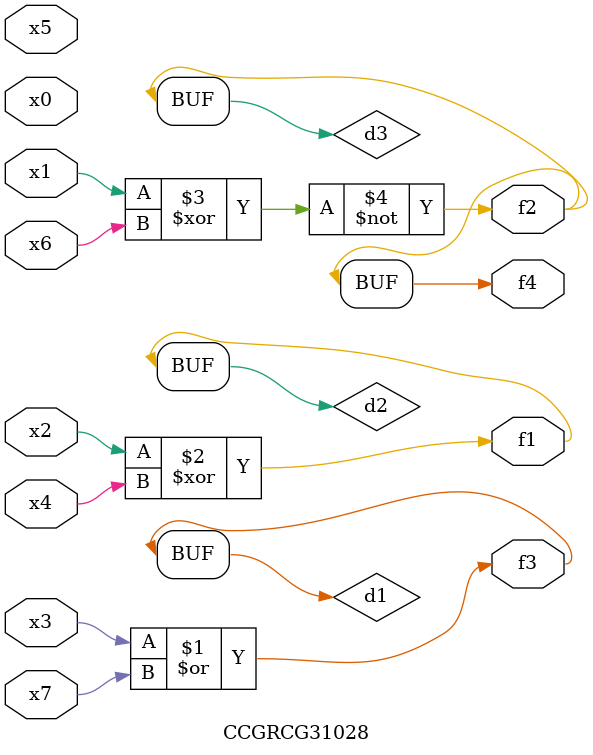
<source format=v>
module CCGRCG31028(
	input x0, x1, x2, x3, x4, x5, x6, x7,
	output f1, f2, f3, f4
);

	wire d1, d2, d3;

	or (d1, x3, x7);
	xor (d2, x2, x4);
	xnor (d3, x1, x6);
	assign f1 = d2;
	assign f2 = d3;
	assign f3 = d1;
	assign f4 = d3;
endmodule

</source>
